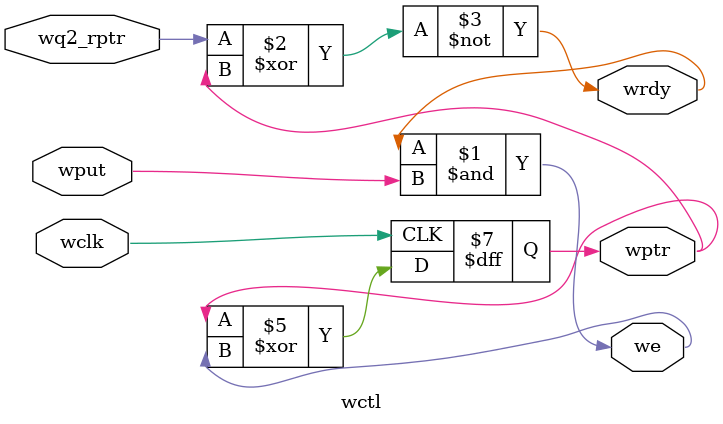
<source format=sv>
/*******************************************************************************
#   +html+<pre>
#
#   FILENAME: wctl.sv
#   AUTHOR: Greg Taylor     CREATION DATE: 6 Feb 2013
#
#   DESCRIPTION:
#	Code from Cliff Cummings' paper, "Clock domain Crossing (CDC) Design &
#	Verification Techniques Using SystemVerilog."
#
#   CHANGE HISTORY:
#   6 Feb 2013    Greg Taylor
#       Initial version
#
#   SVN Identification
#   $Id$
#******************************************************************************/
`timescale 1ns / 1ps
`default_nettype none // disable implicit net type declarations

module wctl (
    output wire wrdy,
    output logic wptr = 0,
    output wire we,
    input wire wput, 
    input wire wq2_rptr,
    input wire wclk
);
    assign we = wrdy & wput;
    assign wrdy = ~(wq2_rptr ^ wptr);
    
    always_ff @(posedge wclk)
        wptr <= wptr ^ we;
endmodule
`default_nettype wire  // re-enable implicit net type declarations
</source>
